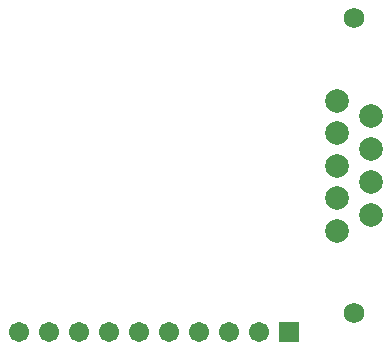
<source format=gbs>
G04*
G04 #@! TF.GenerationSoftware,Altium Limited,Altium Designer,20.0.13 (296)*
G04*
G04 Layer_Color=16711935*
%FSLAX25Y25*%
%MOIN*%
G70*
G01*
G75*
%ADD30C,0.07887*%
%ADD31C,0.06800*%
%ADD32C,0.06706*%
%ADD33R,0.06706X0.06706*%
D30*
X611600Y248700D02*
D03*
Y237800D02*
D03*
Y216000D02*
D03*
Y226900D02*
D03*
X600400Y210500D02*
D03*
Y221400D02*
D03*
Y254000D02*
D03*
Y243200D02*
D03*
Y232300D02*
D03*
D31*
X606000Y281500D02*
D03*
Y183100D02*
D03*
D32*
X564500Y177000D02*
D03*
X494500D02*
D03*
X504500D02*
D03*
X514500D02*
D03*
X524500D02*
D03*
X534500D02*
D03*
X544500D02*
D03*
X554500D02*
D03*
X574500D02*
D03*
D33*
X584500D02*
D03*
M02*

</source>
